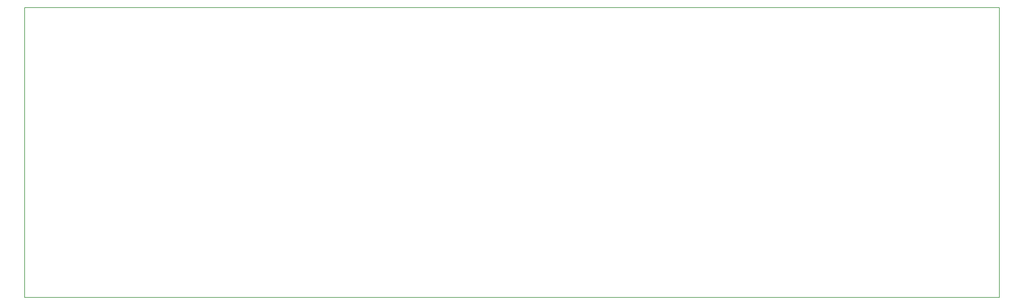
<source format=gbr>
G04 #@! TF.FileFunction,Profile,NP*
%FSLAX46Y46*%
G04 Gerber Fmt 4.6, Leading zero omitted, Abs format (unit mm)*
G04 Created by KiCad (PCBNEW 4.0.7) date 07/11/18 03:04:03*
%MOMM*%
%LPD*%
G01*
G04 APERTURE LIST*
%ADD10C,0.100000*%
%ADD11C,0.150000*%
G04 APERTURE END LIST*
D10*
D11*
X285750000Y-97631250D02*
X285750000Y-16668750D01*
X14287500Y-97631250D02*
X14287500Y-92868750D01*
X285750000Y-97631250D02*
X14287500Y-97631250D01*
X14287500Y-16668750D02*
X14287500Y-92868750D01*
X285750000Y-16668750D02*
X14287500Y-16668750D01*
M02*

</source>
